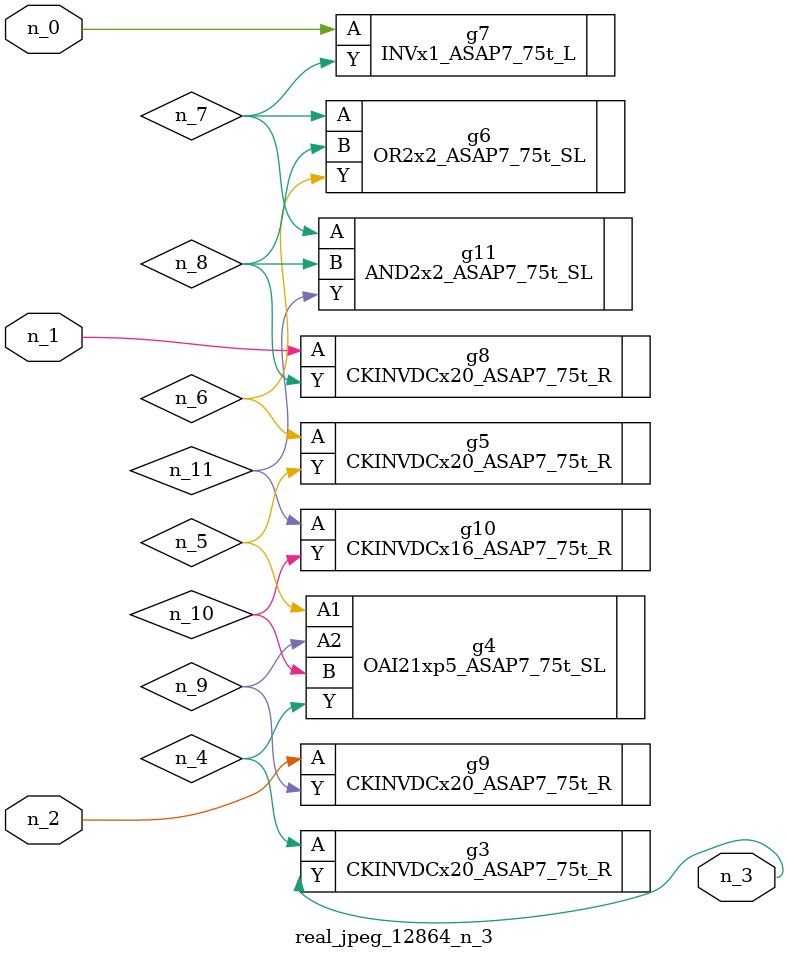
<source format=v>
module real_jpeg_12864_n_3 (n_1, n_0, n_2, n_3);

input n_1;
input n_0;
input n_2;

output n_3;

wire n_5;
wire n_4;
wire n_8;
wire n_11;
wire n_6;
wire n_7;
wire n_10;
wire n_9;

INVx1_ASAP7_75t_L g7 ( 
.A(n_0),
.Y(n_7)
);

CKINVDCx20_ASAP7_75t_R g8 ( 
.A(n_1),
.Y(n_8)
);

CKINVDCx20_ASAP7_75t_R g9 ( 
.A(n_2),
.Y(n_9)
);

CKINVDCx20_ASAP7_75t_R g3 ( 
.A(n_4),
.Y(n_3)
);

OAI21xp5_ASAP7_75t_SL g4 ( 
.A1(n_5),
.A2(n_9),
.B(n_10),
.Y(n_4)
);

CKINVDCx20_ASAP7_75t_R g5 ( 
.A(n_6),
.Y(n_5)
);

OR2x2_ASAP7_75t_SL g6 ( 
.A(n_7),
.B(n_8),
.Y(n_6)
);

AND2x2_ASAP7_75t_SL g11 ( 
.A(n_7),
.B(n_8),
.Y(n_11)
);

CKINVDCx16_ASAP7_75t_R g10 ( 
.A(n_11),
.Y(n_10)
);


endmodule
</source>
